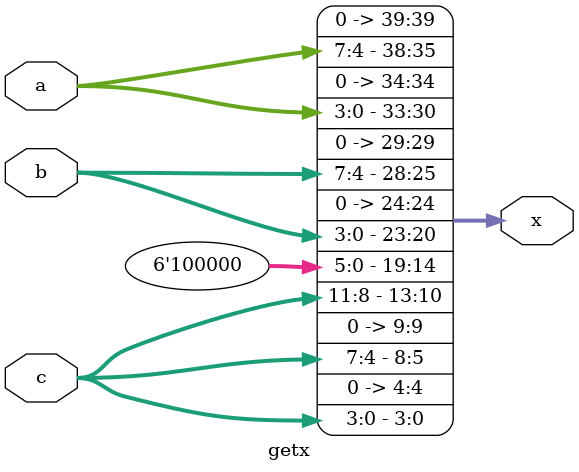
<source format=sv>
`timescale 1ns / 1ps


module getx(
    input logic [7:0]a,b,
    input logic [11:0]c,
    output logic [39:0]x
    );
//    logic [11:0] aa,bb,cc;
//    bin2bcd a_({4'b0000,a},aa);
//    bin2bcd b_({4'b0000,b},bb);
//    bin2bcd c_(c,cc);
    assign x=  {1'b0,a[7:4],1'b0,a[3:0],
                1'b0,b[7:4],1'b0,b[3:0],
                5'b10000,1'b0,c[11:8],
                1'b0,c[7:4],1'b0,c[3:0]
                };
    
    
endmodule

</source>
